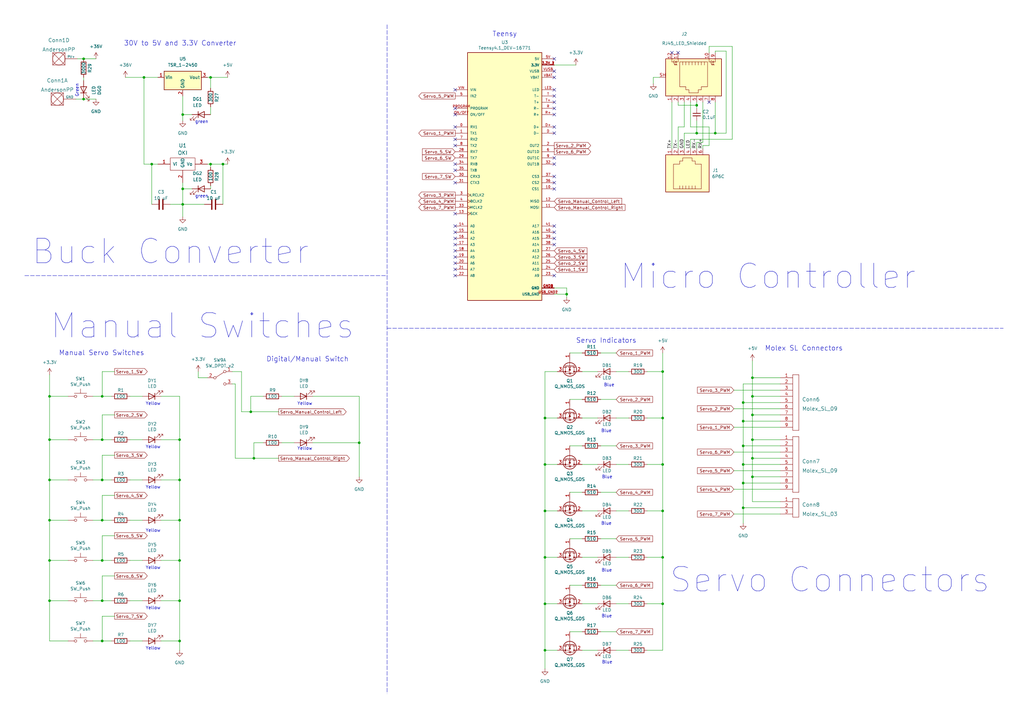
<source format=kicad_sch>
(kicad_sch (version 20211123) (generator eeschema)
  (paper "A3")
  (junction (at 223.52 209.55))
  (junction (at 20.32 180.34))
  (junction (at 86.36 67.31))
  (junction (at 223.52 228.6))
  (junction (at 304.8 165.1))
  (junction (at 41.91 229.87))
  (junction (at 41.91 246.38))
  (junction (at 285.75 54.61))
  (junction (at 74.93 83.82))
  (junction (at 73.66 262.89))
  (junction (at 223.52 171.45))
  (junction (at 304.8 172.72))
  (junction (at 308.61 170.18))
  (junction (at 232.41 120.65))
  (junction (at 271.78 171.45))
  (junction (at 104.14 187.96))
  (junction (at 223.52 190.5))
  (junction (at 41.91 180.34))
  (junction (at 41.91 213.36))
  (junction (at 304.8 198.12))
  (junction (at 308.61 180.34))
  (junction (at 147.32 181.61))
  (junction (at 73.66 213.36))
  (junction (at 308.61 195.58))
  (junction (at 74.93 46.99))
  (junction (at 271.78 190.5))
  (junction (at 41.91 262.89))
  (junction (at 285.75 43.18))
  (junction (at 308.61 154.94))
  (junction (at 308.61 162.56))
  (junction (at 223.52 247.65))
  (junction (at 20.32 246.38))
  (junction (at 271.78 228.6))
  (junction (at 271.78 152.4))
  (junction (at 74.93 77.47))
  (junction (at 271.78 209.55))
  (junction (at 304.8 190.5))
  (junction (at 34.29 40.64))
  (junction (at 102.87 168.91))
  (junction (at 91.44 67.31))
  (junction (at 41.91 162.56))
  (junction (at 20.32 213.36))
  (junction (at 20.32 162.56))
  (junction (at 308.61 187.96))
  (junction (at 304.8 182.88))
  (junction (at 73.66 180.34))
  (junction (at 223.52 266.7))
  (junction (at 34.29 24.13))
  (junction (at 59.055 31.75))
  (junction (at 293.37 54.61))
  (junction (at 86.36 31.75))
  (junction (at 41.91 196.85))
  (junction (at 304.8 208.28))
  (junction (at 73.66 229.87))
  (junction (at 62.23 67.31))
  (junction (at 73.66 246.38))
  (junction (at 20.32 229.87))
  (junction (at 271.78 247.65))
  (junction (at 73.66 196.85))
  (junction (at 20.32 196.85))
  (no_connect (at 186.69 100.33))
  (no_connect (at 275.59 21.59))
  (no_connect (at 186.69 69.85))
  (no_connect (at 186.69 95.25))
  (no_connect (at 186.69 102.87))
  (no_connect (at 186.69 92.71))
  (no_connect (at 186.69 36.83))
  (no_connect (at 227.33 41.91))
  (no_connect (at 186.69 87.63))
  (no_connect (at 186.69 113.03))
  (no_connect (at 227.33 74.93))
  (no_connect (at 186.69 97.79))
  (no_connect (at 227.33 46.99))
  (no_connect (at 186.69 44.45))
  (no_connect (at 227.33 95.25))
  (no_connect (at 227.33 100.33))
  (no_connect (at 227.33 39.37))
  (no_connect (at 227.33 92.71))
  (no_connect (at 290.83 41.91))
  (no_connect (at 186.69 105.41))
  (no_connect (at 186.69 107.95))
  (no_connect (at 227.33 31.75))
  (no_connect (at 186.69 67.31))
  (no_connect (at 227.33 29.21))
  (no_connect (at 227.33 36.83))
  (no_connect (at 227.33 44.45))
  (no_connect (at 186.69 57.15))
  (no_connect (at 278.13 21.59))
  (no_connect (at 186.69 52.07))
  (no_connect (at 186.69 59.69))
  (no_connect (at 227.33 113.03))
  (no_connect (at 227.33 64.77))
  (no_connect (at 227.33 24.13))
  (no_connect (at 227.33 54.61))
  (no_connect (at 227.33 52.07))
  (no_connect (at 227.33 77.47))
  (no_connect (at 186.69 46.99))
  (no_connect (at 186.69 110.49))
  (no_connect (at 227.33 97.79))
  (no_connect (at 227.33 72.39))
  (no_connect (at 186.69 74.93))
  (no_connect (at 227.33 67.31))
  (wire (pts (xy 99.06 152.4) (xy 95.25 152.4)))
  (wire (pts (xy 74.93 39.37) (xy 74.93 46.99)))
  (wire (pts (xy 41.91 213.36) (xy 45.72 213.36)))
  (polyline (pts (xy 158.75 113.03) (xy 158.75 284.48)))
  (wire (pts (xy 275.59 41.91) (xy 275.59 60.96)))
  (wire (pts (xy 283.21 57.15) (xy 300.355 57.15)))
  (polyline (pts (xy 158.75 134.62) (xy 411.48 134.62)))
  (wire (pts (xy 223.52 209.55) (xy 223.52 228.6)))
  (wire (pts (xy 38.1 180.34) (xy 41.91 180.34)))
  (wire (pts (xy 320.04 157.48) (xy 304.8 157.48)))
  (wire (pts (xy 53.34 262.89) (xy 58.42 262.89)))
  (wire (pts (xy 228.6 171.45) (xy 223.52 171.45)))
  (wire (pts (xy 320.04 210.82) (xy 300.99 210.82)))
  (wire (pts (xy 104.14 181.61) (xy 104.14 187.96)))
  (wire (pts (xy 86.36 68.58) (xy 86.36 67.31)))
  (wire (pts (xy 27.94 196.85) (xy 20.32 196.85)))
  (wire (pts (xy 73.66 180.34) (xy 73.66 196.85)))
  (wire (pts (xy 233.68 201.93) (xy 238.76 201.93)))
  (wire (pts (xy 271.78 152.4) (xy 271.78 171.45)))
  (wire (pts (xy 96.52 157.48) (xy 95.25 157.48)))
  (wire (pts (xy 290.83 19.05) (xy 300.355 19.05)))
  (wire (pts (xy 34.29 40.64) (xy 31.115 40.64)))
  (wire (pts (xy 41.91 162.56) (xy 45.72 162.56)))
  (wire (pts (xy 246.38 182.88) (xy 252.73 182.88)))
  (wire (pts (xy 20.32 229.87) (xy 20.32 213.36)))
  (wire (pts (xy 238.76 209.55) (xy 245.11 209.55)))
  (wire (pts (xy 233.68 259.08) (xy 238.76 259.08)))
  (wire (pts (xy 320.04 154.94) (xy 308.61 154.94)))
  (wire (pts (xy 297.815 54.61) (xy 293.37 54.61)))
  (wire (pts (xy 233.68 220.98) (xy 238.76 220.98)))
  (wire (pts (xy 66.04 196.85) (xy 73.66 196.85)))
  (wire (pts (xy 293.37 21.59) (xy 293.37 20.955)))
  (wire (pts (xy 81.28 152.4) (xy 81.28 154.94)))
  (wire (pts (xy 320.04 187.96) (xy 308.61 187.96)))
  (wire (pts (xy 46.99 219.71) (xy 41.91 219.71)))
  (wire (pts (xy 228.6 152.4) (xy 223.52 152.4)))
  (wire (pts (xy 20.32 246.38) (xy 20.32 229.87)))
  (wire (pts (xy 271.78 152.4) (xy 271.78 144.78)))
  (wire (pts (xy 320.04 193.04) (xy 300.99 193.04)))
  (wire (pts (xy 74.93 83.82) (xy 83.82 83.82)))
  (wire (pts (xy 308.61 187.96) (xy 308.61 195.58)))
  (wire (pts (xy 252.73 266.7) (xy 257.81 266.7)))
  (wire (pts (xy 223.52 228.6) (xy 223.52 247.65)))
  (wire (pts (xy 20.32 180.34) (xy 20.32 162.56)))
  (wire (pts (xy 252.73 228.6) (xy 257.81 228.6)))
  (wire (pts (xy 27.94 180.34) (xy 20.32 180.34)))
  (wire (pts (xy 38.1 246.38) (xy 41.91 246.38)))
  (wire (pts (xy 246.38 144.78) (xy 252.73 144.78)))
  (wire (pts (xy 304.8 172.72) (xy 304.8 182.88)))
  (wire (pts (xy 41.91 196.85) (xy 45.72 196.85)))
  (wire (pts (xy 38.1 229.87) (xy 41.91 229.87)))
  (wire (pts (xy 320.04 182.88) (xy 304.8 182.88)))
  (wire (pts (xy 236.22 26.67) (xy 227.33 26.67)))
  (wire (pts (xy 265.43 209.55) (xy 271.78 209.55)))
  (wire (pts (xy 62.23 67.31) (xy 62.23 83.82)))
  (wire (pts (xy 115.57 162.56) (xy 120.65 162.56)))
  (wire (pts (xy 41.91 170.18) (xy 41.91 180.34)))
  (wire (pts (xy 20.32 262.89) (xy 20.32 246.38)))
  (wire (pts (xy 96.52 187.96) (xy 96.52 157.48)))
  (wire (pts (xy 69.85 83.82) (xy 74.93 83.82)))
  (wire (pts (xy 280.67 54.61) (xy 280.67 60.96)))
  (wire (pts (xy 320.04 162.56) (xy 308.61 162.56)))
  (wire (pts (xy 96.52 187.96) (xy 104.14 187.96)))
  (wire (pts (xy 246.38 201.93) (xy 252.73 201.93)))
  (wire (pts (xy 278.13 52.07) (xy 278.13 60.96)))
  (wire (pts (xy 27.94 229.87) (xy 20.32 229.87)))
  (wire (pts (xy 73.66 246.38) (xy 73.66 262.89)))
  (wire (pts (xy 223.52 190.5) (xy 223.52 209.55)))
  (polyline (pts (xy 158.75 10.16) (xy 158.75 113.03)))
  (wire (pts (xy 85.09 31.75) (xy 86.36 31.75)))
  (wire (pts (xy 27.94 213.36) (xy 20.32 213.36)))
  (wire (pts (xy 66.04 262.89) (xy 73.66 262.89)))
  (wire (pts (xy 38.1 162.56) (xy 41.91 162.56)))
  (wire (pts (xy 285.75 58.42) (xy 285.75 60.96)))
  (wire (pts (xy 74.93 77.47) (xy 78.74 77.47)))
  (wire (pts (xy 232.41 121.92) (xy 232.41 120.65)))
  (wire (pts (xy 246.38 259.08) (xy 252.73 259.08)))
  (wire (pts (xy 285.75 43.18) (xy 285.75 44.45)))
  (wire (pts (xy 223.52 152.4) (xy 223.52 171.45)))
  (wire (pts (xy 228.6 266.7) (xy 223.52 266.7)))
  (wire (pts (xy 278.13 43.18) (xy 285.75 43.18)))
  (wire (pts (xy 66.04 246.38) (xy 73.66 246.38)))
  (wire (pts (xy 233.68 182.88) (xy 238.76 182.88)))
  (wire (pts (xy 38.1 196.85) (xy 41.91 196.85)))
  (wire (pts (xy 283.21 52.07) (xy 290.83 52.07)))
  (wire (pts (xy 128.27 162.56) (xy 147.32 162.56)))
  (wire (pts (xy 238.76 171.45) (xy 245.11 171.45)))
  (wire (pts (xy 320.04 180.34) (xy 308.61 180.34)))
  (wire (pts (xy 86.36 31.75) (xy 93.345 31.75)))
  (wire (pts (xy 46.99 203.2) (xy 41.91 203.2)))
  (wire (pts (xy 308.61 147.955) (xy 308.61 154.94)))
  (wire (pts (xy 73.66 213.36) (xy 73.66 229.87)))
  (wire (pts (xy 238.76 247.65) (xy 245.11 247.65)))
  (wire (pts (xy 46.99 170.18) (xy 41.91 170.18)))
  (wire (pts (xy 62.23 67.31) (xy 64.77 67.31)))
  (wire (pts (xy 228.6 190.5) (xy 223.52 190.5)))
  (wire (pts (xy 320.04 208.28) (xy 304.8 208.28)))
  (wire (pts (xy 27.94 262.89) (xy 20.32 262.89)))
  (wire (pts (xy 41.91 229.87) (xy 45.72 229.87)))
  (wire (pts (xy 290.83 59.69) (xy 288.29 59.69)))
  (polyline (pts (xy 10.16 113.03) (xy 158.75 113.03)))
  (wire (pts (xy 104.14 187.96) (xy 114.3 187.96)))
  (wire (pts (xy 147.32 162.56) (xy 147.32 181.61)))
  (wire (pts (xy 74.93 46.99) (xy 74.93 49.53)))
  (wire (pts (xy 73.66 162.56) (xy 73.66 180.34)))
  (wire (pts (xy 288.29 41.91) (xy 288.29 58.42)))
  (wire (pts (xy 320.04 165.1) (xy 304.8 165.1)))
  (wire (pts (xy 53.34 196.85) (xy 58.42 196.85)))
  (wire (pts (xy 320.04 175.26) (xy 300.99 175.26)))
  (wire (pts (xy 285.75 54.61) (xy 293.37 54.61)))
  (wire (pts (xy 74.93 46.99) (xy 78.74 46.99)))
  (wire (pts (xy 99.06 152.4) (xy 99.06 168.91)))
  (wire (pts (xy 74.93 77.47) (xy 74.93 83.82)))
  (wire (pts (xy 41.91 203.2) (xy 41.91 213.36)))
  (wire (pts (xy 66.04 162.56) (xy 73.66 162.56)))
  (wire (pts (xy 59.055 67.31) (xy 59.055 31.75)))
  (wire (pts (xy 246.38 163.83) (xy 252.73 163.83)))
  (wire (pts (xy 147.32 181.61) (xy 128.27 181.61)))
  (wire (pts (xy 278.13 41.91) (xy 278.13 43.18)))
  (wire (pts (xy 304.8 165.1) (xy 304.8 172.72)))
  (wire (pts (xy 51.435 31.75) (xy 59.055 31.75)))
  (wire (pts (xy 320.04 167.64) (xy 300.99 167.64)))
  (wire (pts (xy 41.91 252.73) (xy 41.91 262.89)))
  (wire (pts (xy 46.99 186.69) (xy 41.91 186.69)))
  (wire (pts (xy 271.78 209.55) (xy 271.78 190.5)))
  (wire (pts (xy 34.29 31.75) (xy 34.29 33.02)))
  (polyline (pts (xy 158.75 113.03) (xy 158.75 113.03)))
  (wire (pts (xy 53.34 162.56) (xy 58.42 162.56)))
  (wire (pts (xy 86.36 76.2) (xy 86.36 77.47)))
  (wire (pts (xy 81.28 154.94) (xy 85.09 154.94)))
  (wire (pts (xy 73.66 229.87) (xy 73.66 246.38)))
  (wire (pts (xy 34.29 24.13) (xy 39.37 24.13)))
  (wire (pts (xy 73.66 262.89) (xy 73.66 266.7)))
  (wire (pts (xy 227.33 120.65) (xy 232.41 120.65)))
  (wire (pts (xy 246.38 240.03) (xy 252.73 240.03)))
  (wire (pts (xy 41.91 262.89) (xy 45.72 262.89)))
  (wire (pts (xy 320.04 185.42) (xy 300.99 185.42)))
  (wire (pts (xy 290.83 52.07) (xy 290.83 59.69)))
  (wire (pts (xy 233.68 144.78) (xy 238.76 144.78)))
  (wire (pts (xy 280.67 52.07) (xy 278.13 52.07)))
  (wire (pts (xy 91.44 67.31) (xy 93.345 67.31)))
  (wire (pts (xy 53.34 229.87) (xy 58.42 229.87)))
  (wire (pts (xy 238.76 266.7) (xy 245.11 266.7)))
  (wire (pts (xy 53.34 213.36) (xy 58.42 213.36)))
  (wire (pts (xy 74.93 74.93) (xy 74.93 77.47)))
  (wire (pts (xy 288.29 59.69) (xy 288.29 60.96)))
  (wire (pts (xy 86.36 67.31) (xy 91.44 67.31)))
  (wire (pts (xy 232.41 120.65) (xy 232.41 118.11)))
  (wire (pts (xy 252.73 190.5) (xy 257.81 190.5)))
  (wire (pts (xy 265.43 171.45) (xy 271.78 171.45)))
  (wire (pts (xy 320.04 205.74) (xy 308.61 205.74)))
  (wire (pts (xy 233.68 163.83) (xy 238.76 163.83)))
  (wire (pts (xy 20.32 213.36) (xy 20.32 196.85)))
  (wire (pts (xy 280.67 41.91) (xy 280.67 52.07)))
  (wire (pts (xy 85.09 67.31) (xy 86.36 67.31)))
  (wire (pts (xy 265.43 266.7) (xy 271.78 266.7)))
  (wire (pts (xy 271.78 190.5) (xy 271.78 171.45)))
  (wire (pts (xy 304.8 208.28) (xy 304.8 214.63)))
  (wire (pts (xy 285.75 41.91) (xy 285.75 43.18)))
  (wire (pts (xy 223.52 171.45) (xy 223.52 190.5)))
  (wire (pts (xy 320.04 190.5) (xy 304.8 190.5)))
  (wire (pts (xy 74.93 83.82) (xy 74.93 88.9)))
  (wire (pts (xy 252.73 152.4) (xy 257.81 152.4)))
  (wire (pts (xy 285.75 54.61) (xy 280.67 54.61)))
  (wire (pts (xy 107.95 181.61) (xy 104.14 181.61)))
  (wire (pts (xy 46.99 236.22) (xy 41.91 236.22)))
  (wire (pts (xy 265.43 228.6) (xy 271.78 228.6)))
  (wire (pts (xy 46.99 152.4) (xy 41.91 152.4)))
  (wire (pts (xy 271.78 228.6) (xy 271.78 209.55)))
  (wire (pts (xy 115.57 181.61) (xy 120.65 181.61)))
  (wire (pts (xy 223.52 247.65) (xy 223.52 266.7)))
  (wire (pts (xy 267.97 34.29) (xy 267.97 31.75)))
  (wire (pts (xy 265.43 152.4) (xy 271.78 152.4)))
  (wire (pts (xy 271.78 247.65) (xy 271.78 228.6)))
  (wire (pts (xy 265.43 190.5) (xy 271.78 190.5)))
  (wire (pts (xy 38.1 213.36) (xy 41.91 213.36)))
  (wire (pts (xy 41.91 236.22) (xy 41.91 246.38)))
  (wire (pts (xy 252.73 209.55) (xy 257.81 209.55)))
  (wire (pts (xy 320.04 160.02) (xy 300.99 160.02)))
  (wire (pts (xy 297.815 20.955) (xy 297.815 54.61)))
  (wire (pts (xy 232.41 118.11) (xy 227.33 118.11)))
  (wire (pts (xy 308.61 180.34) (xy 308.61 187.96)))
  (wire (pts (xy 304.8 190.5) (xy 304.8 198.12)))
  (wire (pts (xy 238.76 152.4) (xy 245.11 152.4)))
  (wire (pts (xy 73.66 196.85) (xy 73.66 213.36)))
  (wire (pts (xy 283.21 41.91) (xy 283.21 52.07)))
  (wire (pts (xy 304.8 198.12) (xy 304.8 208.28)))
  (wire (pts (xy 308.61 170.18) (xy 308.61 180.34)))
  (wire (pts (xy 41.91 180.34) (xy 45.72 180.34)))
  (wire (pts (xy 38.1 262.89) (xy 41.91 262.89)))
  (wire (pts (xy 320.04 170.18) (xy 308.61 170.18)))
  (wire (pts (xy 228.6 228.6) (xy 223.52 228.6)))
  (wire (pts (xy 99.06 168.91) (xy 102.87 168.91)))
  (wire (pts (xy 147.32 181.61) (xy 147.32 195.58)))
  (wire (pts (xy 308.61 162.56) (xy 308.61 170.18)))
  (wire (pts (xy 91.44 67.31) (xy 91.44 83.82)))
  (wire (pts (xy 288.29 58.42) (xy 285.75 58.42)))
  (wire (pts (xy 66.04 213.36) (xy 73.66 213.36)))
  (wire (pts (xy 265.43 247.65) (xy 271.78 247.65)))
  (wire (pts (xy 59.055 31.75) (xy 64.77 31.75)))
  (wire (pts (xy 300.355 19.05) (xy 300.355 57.15)))
  (wire (pts (xy 41.91 186.69) (xy 41.91 196.85)))
  (wire (pts (xy 233.68 240.03) (xy 238.76 240.03)))
  (wire (pts (xy 283.21 57.15) (xy 283.21 60.96)))
  (wire (pts (xy 320.04 172.72) (xy 304.8 172.72)))
  (wire (pts (xy 27.94 246.38) (xy 20.32 246.38)))
  (wire (pts (xy 102.87 162.56) (xy 102.87 168.91)))
  (wire (pts (xy 320.04 198.12) (xy 304.8 198.12)))
  (wire (pts (xy 102.87 168.91) (xy 114.3 168.91)))
  (wire (pts (xy 267.97 31.75) (xy 270.51 31.75)))
  (wire (pts (xy 53.34 180.34) (xy 58.42 180.34)))
  (wire (pts (xy 228.6 209.55) (xy 223.52 209.55)))
  (wire (pts (xy 107.95 162.56) (xy 102.87 162.56)))
  (wire (pts (xy 320.04 195.58) (xy 308.61 195.58)))
  (wire (pts (xy 290.83 21.59) (xy 290.83 19.05)))
  (wire (pts (xy 252.73 171.45) (xy 257.81 171.45)))
  (wire (pts (xy 320.04 200.66) (xy 300.99 200.66)))
  (wire (pts (xy 41.91 219.71) (xy 41.91 229.87)))
  (wire (pts (xy 59.055 67.31) (xy 62.23 67.31)))
  (wire (pts (xy 285.75 49.53) (xy 285.75 54.61)))
  (wire (pts (xy 27.94 162.56) (xy 20.32 162.56)))
  (wire (pts (xy 304.8 165.1) (xy 304.8 157.48)))
  (wire (pts (xy 246.38 220.98) (xy 252.73 220.98)))
  (wire (pts (xy 223.52 266.7) (xy 223.52 274.32)))
  (wire (pts (xy 308.61 195.58) (xy 308.61 205.74)))
  (wire (pts (xy 238.76 190.5) (xy 245.11 190.5)))
  (wire (pts (xy 20.32 196.85) (xy 20.32 180.34)))
  (wire (pts (xy 66.04 229.87) (xy 73.66 229.87)))
  (wire (pts (xy 308.61 154.94) (xy 308.61 162.56)))
  (wire (pts (xy 31.75 24.13) (xy 34.29 24.13)))
  (wire (pts (xy 34.29 40.64) (xy 39.37 40.64)))
  (wire (pts (xy 293.37 54.61) (xy 293.37 41.91)))
  (wire (pts (xy 86.36 36.195) (xy 86.36 31.75)))
  (wire (pts (xy 238.76 228.6) (xy 245.11 228.6)))
  (wire (pts (xy 86.36 46.99) (xy 86.36 43.815)))
  (wire (pts (xy 46.99 252.73) (xy 41.91 252.73)))
  (wire (pts (xy 41.91 152.4) (xy 41.91 162.56)))
  (wire (pts (xy 20.32 162.56) (xy 20.32 153.67)))
  (wire (pts (xy 53.34 246.38) (xy 58.42 246.38)))
  (wire (pts (xy 66.04 180.34) (xy 73.66 180.34)))
  (wire (pts (xy 293.37 20.955) (xy 297.815 20.955)))
  (wire (pts (xy 252.73 247.65) (xy 257.81 247.65)))
  (wire (pts (xy 304.8 182.88) (xy 304.8 190.5)))
  (wire (pts (xy 41.91 246.38) (xy 45.72 246.38)))
  (wire (pts (xy 271.78 266.7) (xy 271.78 247.65)))
  (wire (pts (xy 228.6 247.65) (xy 223.52 247.65)))
  (text "Yellow" (at 59.69 200.66 0) (effects (font (size 1.27 1.27)) (justify left bottom)))
  (text "Yellow" (at 59.69 166.37 0) (effects (font (size 1.27 1.27)) (justify left bottom)))
  (text "Blue\n" (at 246.8409 196.4739 0) (effects (font (size 1.27 1.27)) (justify left bottom)))
  (text "Servo Indicators" (at 236.22 140.97 0) (effects (font (size 2.0066 2.0066)) (justify left bottom)))
  (text "Yellow" (at 59.69 250.19 0) (effects (font (size 1.27 1.27)) (justify left bottom)))
  (text "Teensy" (at 201.93 15.24 0) (effects (font (size 2.0066 2.0066)) (justify left bottom)))
  (text "Manual Servo Switches" (at 24.13 146.05 0) (effects (font (size 2.0066 2.0066)) (justify left bottom)))
  (text "Molex SL Connectors" (at 313.69 144.145 0) (effects (font (size 2.0066 2.0066)) (justify left bottom)))
  (text "Yellow" (at 121.92 184.785 0) (effects (font (size 1.27 1.27)) (justify left bottom)))
  (text "Yellow" (at 59.69 218.44 0) (effects (font (size 1.27 1.27)) (justify left bottom)))
  (text "Buck Converter" (at 12.7 109.22 0) (effects (font (size 10 10)) (justify left bottom)))
  (text "green" (at 80.01 81.28 0) (effects (font (size 1.27 1.27)) (justify left bottom)))
  (text "Blue\n" (at 246.5232 177.566 0) (effects (font (size 1.27 1.27)) (justify left bottom)))
  (text "Micro Controller" (at 254 119.38 0) (effects (font (size 10 10)) (justify left bottom)))
  (text "Yellow" (at 59.69 266.7 0) (effects (font (size 1.27 1.27)) (justify left bottom)))
  (text "Yellow" (at 121.92 166.37 0) (effects (font (size 1.27 1.27)) (justify left bottom)))
  (text "30V to 5V and 3.3V Converter" (at 50.8 19.05 0) (effects (font (size 2.0066 2.0066)) (justify left bottom)))
  (text "Yellow" (at 59.69 184.15 0) (effects (font (size 1.27 1.27)) (justify left bottom)))
  (text "Blue\n" (at 246.682 253.5154 0) (effects (font (size 1.27 1.27)) (justify left bottom)))
  (text "Manual Switches" (at 20.32 139.7 0) (effects (font (size 10 10)) (justify left bottom)))
  (text "Digital/Manual Switch" (at 109.22 148.59 0) (effects (font (size 2.0066 2.0066)) (justify left bottom)))
  (text "Green\n" (at 32.385 34.29 270) (effects (font (size 1.27 1.27)) (justify right bottom)))
  (text "green" (at 80.01 50.8 0) (effects (font (size 1.27 1.27)) (justify left bottom)))
  (text "Servo Connectors" (at 274.32 243.84 0) (effects (font (size 10 10)) (justify left bottom)))
  (text "Yellow" (at 59.69 233.68 0) (effects (font (size 1.27 1.27)) (justify left bottom)))
  (text "Blue\n" (at 246.5232 215.5407 0) (effects (font (size 1.27 1.27)) (justify left bottom)))
  (text "Blue\n" (at 246.682 234.7664 0) (effects (font (size 1.27 1.27)) (justify left bottom)))
  (text "Blue\n" (at 246.8409 272.4234 0) (effects (font (size 1.27 1.27)) (justify left bottom)))
  (text "Blue\n" (at 247.65 158.75 0) (effects (font (size 1.27 1.27)) (justify left bottom)))
  (label "TX-" (at 278.13 60.96 90))
  (label "LED" (at 283.21 60.96 90))
  (label "GND" (at 280.67 60.96 90))
  (label "RX+" (at 288.29 60.96 90))
  (label "TX+" (at 275.59 60.96 90))
  (label "RX-" (at 285.75 60.96 90))
  (global_label "Servo_Manual_Control_Left" (shape output) (at 114.3 168.91 0) (property "Intersheet References" "${INTERSHEET_REFS}" (effects hide)))
  (global_label "Servo_1_PWM" (shape input) (at 300.99 175.26 180) (property "Intersheet References" "${INTERSHEET_REFS}" (effects hide)))
  (global_label "Servo_Manual_Control_Right" (shape input) (at 227.33 85.09 0) (property "Intersheet References" "${INTERSHEET_REFS}" (effects hide)))
  (global_label "Servo_7_PWM" (shape input) (at 252.73 259.08 0) (property "Intersheet References" "${INTERSHEET_REFS}" (effects hide)))
  (global_label "Servo_1_SW" (shape output) (at 46.99 152.4 0) (property "Intersheet References" "${INTERSHEET_REFS}" (effects hide)))
  (global_label "Servo_4_PWM" (shape input) (at 252.73 201.93 0) (property "Intersheet References" "${INTERSHEET_REFS}" (effects hide)))
  (global_label "Servo_2_SW" (shape output) (at 46.99 170.18 0) (property "Intersheet References" "${INTERSHEET_REFS}" (effects hide)))
  (global_label "Servo_3_PWM" (shape input) (at 252.73 182.88 0) (property "Intersheet References" "${INTERSHEET_REFS}" (effects hide)))
  (global_label "Servo_6_PWM" (shape output) (at 227.33 62.23 0) (property "Intersheet References" "${INTERSHEET_REFS}" (effects hide)))
  (global_label "Servo_2_PWM" (shape input) (at 300.99 167.64 180) (property "Intersheet References" "${INTERSHEET_REFS}" (effects hide)))
  (global_label "Servo_6_PWM" (shape input) (at 300.99 185.42 180) (property "Intersheet References" "${INTERSHEET_REFS}" (effects hide)))
  (global_label "Servo_3_PWM" (shape input) (at 300.99 160.02 180) (property "Intersheet References" "${INTERSHEET_REFS}" (effects hide)))
  (global_label "Servo_4_PWM" (shape output) (at 186.69 82.55 180) (property "Intersheet References" "${INTERSHEET_REFS}" (effects hide)))
  (global_label "Servo_5_SW" (shape output) (at 46.99 219.71 0) (property "Intersheet References" "${INTERSHEET_REFS}" (effects hide)))
  (global_label "Servo_5_SW" (shape input) (at 186.69 62.23 180) (property "Intersheet References" "${INTERSHEET_REFS}" (effects hide)))
  (global_label "Servo_5_PWM" (shape input) (at 300.99 193.04 180) (property "Intersheet References" "${INTERSHEET_REFS}" (effects hide)))
  (global_label "Servo_7_PWM" (shape input) (at 300.99 210.82 180) (property "Intersheet References" "${INTERSHEET_REFS}" (effects hide)))
  (global_label "Servo_7_SW" (shape input) (at 186.69 72.39 180) (property "Intersheet References" "${INTERSHEET_REFS}" (effects hide)))
  (global_label "Servo_Manual_Control_Right" (shape output) (at 114.3 187.96 0) (property "Intersheet References" "${INTERSHEET_REFS}" (effects hide)))
  (global_label "Servo_4_SW" (shape input) (at 227.33 102.87 0) (property "Intersheet References" "${INTERSHEET_REFS}" (effects hide)))
  (global_label "Servo_6_SW" (shape input) (at 186.69 64.77 180) (property "Intersheet References" "${INTERSHEET_REFS}" (effects hide)))
  (global_label "Servo_3_SW" (shape input) (at 227.33 105.41 0) (property "Intersheet References" "${INTERSHEET_REFS}" (effects hide)))
  (global_label "Servo_3_PWM" (shape output) (at 186.69 80.01 180) (property "Intersheet References" "${INTERSHEET_REFS}" (effects hide)))
  (global_label "Servo_4_SW" (shape output) (at 46.99 203.2 0) (property "Intersheet References" "${INTERSHEET_REFS}" (effects hide)))
  (global_label "Servo_6_PWM" (shape input) (at 252.73 240.03 0) (property "Intersheet References" "${INTERSHEET_REFS}" (effects hide)))
  (global_label "Servo_Manual_Control_Left" (shape input) (at 227.33 82.55 0) (property "Intersheet References" "${INTERSHEET_REFS}" (effects hide)))
  (global_label "Servo_7_PWM" (shape output) (at 186.69 85.09 180) (property "Intersheet References" "${INTERSHEET_REFS}" (effects hide)))
  (global_label "Servo_2_SW" (shape input) (at 227.33 107.95 0) (property "Intersheet References" "${INTERSHEET_REFS}" (effects hide)))
  (global_label "Servo_1_PWM" (shape output) (at 186.69 54.61 180) (property "Intersheet References" "${INTERSHEET_REFS}" (effects hide)))
  (global_label "Servo_5_PWM" (shape input) (at 252.73 220.98 0) (property "Intersheet References" "${INTERSHEET_REFS}" (effects hide)))
  (global_label "Servo_1_PWM" (shape input) (at 252.73 144.78 0) (property "Intersheet References" "${INTERSHEET_REFS}" (effects hide)))
  (global_label "Servo_7_SW" (shape output) (at 46.99 252.73 0) (property "Intersheet References" "${INTERSHEET_REFS}" (effects hide)))
  (global_label "Servo_1_SW" (shape input) (at 227.33 110.49 0) (property "Intersheet References" "${INTERSHEET_REFS}" (effects hide)))
  (global_label "Servo_5_PWM" (shape output) (at 186.69 39.37 180) (property "Intersheet References" "${INTERSHEET_REFS}" (effects hide)))
  (global_label "Servo_3_SW" (shape output) (at 46.99 186.69 0) (property "Intersheet References" "${INTERSHEET_REFS}" (effects hide)))
  (global_label "Servo_2_PWM" (shape input) (at 252.73 163.83 0) (property "Intersheet References" "${INTERSHEET_REFS}" (effects hide)))
  (global_label "Servo_4_PWM" (shape input) (at 300.99 200.66 180) (property "Intersheet References" "${INTERSHEET_REFS}" (effects hide)))
  (global_label "Servo_6_SW" (shape output) (at 46.99 236.22 0) (property "Intersheet References" "${INTERSHEET_REFS}" (effects hide)))
  (global_label "Servo_2_PWM" (shape output) (at 227.33 59.69 0) (property "Intersheet References" "${INTERSHEET_REFS}" (effects hide)))
  (symbol (lib_id "power:GND") (at 304.8 214.63 0) (unit 1)
    (property "Reference" "#PWR0112" (effects hide))
    (property "Value" "GND" (at 304.8 219.71 0))
  )
  (symbol (lib_id "Device:R") (at 49.53 180.34 270) (unit 1)
    (property "Reference" "R2" (at 49.53 177.8 90))
    (property "Value" "100" (at 49.53 180.34 90))
    (property "Footprint" "Resistor_SMD:R_0603_1608Metric_Pad0.98x0.95mm_HandSolder" (effects hide))
  )
  (symbol (lib_id "Device:R") (at 261.62 152.4 270) (unit 1)
    (property "Reference" "R19" (at 261.62 149.86 90))
    (property "Value" "300" (at 261.62 152.4 90))
    (property "Footprint" "Resistor_SMD:R_0603_1608Metric_Pad0.98x0.95mm_HandSolder" (effects hide))
  )
  (symbol (lib_id "power:+3.3V") (at 93.345 67.31 0) (unit 1)
    (property "Reference" "#PWR0106" (effects hide))
    (property "Value" "+3.3V" (at 93.345 62.23 0))
  )
  (symbol (lib_id "Switch:SW_Push") (at 33.02 262.89 0) (unit 1)
    (property "Reference" "SW7" (at 33.02 255.651 0))
    (property "Value" "SW_Push" (at 33.02 257.9624 0))
    (property "Footprint" "Button_Switch_SMD:SW_SPST_EVPBF" (effects hide))
  )
  (symbol (lib_id "Device:LED") (at 62.23 162.56 180) (unit 1)
    (property "Reference" "DY1" (at 62.4078 156.083 0))
    (property "Value" "LED" (at 62.4078 158.3944 0))
    (property "Footprint" "LED_SMD:LED_0603_1608Metric_Pad1.05x0.95mm_HandSolder" (effects hide))
  )
  (symbol (lib_id "Device:Q_NMOS_GDS") (at 233.68 245.11 270) (unit 1)
    (property "Reference" "Q6" (at 233.68 251.4346 90))
    (property "Value" "Q_NMOS_GDS" (at 233.68 253.746 90))
    (property "Footprint" "Package_TO_SOT_SMD:SOT-23" (effects hide))
  )
  (symbol (lib_id "MRDT_Devices:OKI") (at 69.85 69.85 0) (unit 1)
    (property "Reference" "U1" (at 74.93 59.69 0) (effects (font (size 1.524 1.524))))
    (property "Value" "OKI" (at 74.93 62.7126 0) (effects (font (size 1.524 1.524))))
    (property "Footprint" "MRDT_Devices:OKI_Horizontal" (effects hide))
  )
  (symbol (lib_id "MRDT_Connectors:Molex_SL_03") (at 325.12 212.09 0) (unit 1)
    (property "Reference" "Conn8" (at 328.93 207.01 0) (effects (font (size 1.524 1.524)) (justify left)))
    (property "Value" "Molex_SL_03" (at 328.93 210.82 0) (effects (font (size 1.524 1.524)) (justify left)))
    (property "Footprint" "MRDT_Connectors:MOLEX_SL_03_Horizontal" (effects hide))
  )
  (symbol (lib_id "Device:R") (at 111.76 162.56 270) (unit 1)
    (property "Reference" "R9" (at 111.76 160.02 90))
    (property "Value" "100" (at 111.76 162.56 90))
    (property "Footprint" "Resistor_SMD:R_0603_1608Metric_Pad0.98x0.95mm_HandSolder" (effects hide))
  )
  (symbol (lib_id "Device:LED") (at 82.55 46.99 0) (unit 1)
    (property "Reference" "DG1" (at 80.9625 40.64 0))
    (property "Value" "LED" (at 80.9625 43.18 0))
    (property "Footprint" "LED_SMD:LED_0603_1608Metric_Pad1.05x0.95mm_HandSolder" (effects hide))
  )
  (symbol (lib_id "Regulator_Switching:TSR_1-2450") (at 74.93 34.29 0) (unit 1)
    (property "Reference" "U5" (at 74.93 24.13 0))
    (property "Value" "TSR_1-2450" (at 74.93 26.67 0))
    (property "Footprint" "Converter_DCDC:Converter_DCDC_TRACO_TSR-1_THT" (effects hide))
    (property "Datasheet" "http://www.tracopower.com/products/tsr1.pdf" (effects hide))
  )
  (symbol (lib_id "Device:LED") (at 248.92 266.7 0) (unit 1)
    (property "Reference" "DB7" (at 248.92 264.16 0))
    (property "Value" "LED" (at 248.92 269.24 0))
    (property "Footprint" "LED_SMD:LED_0603_1608Metric_Pad1.05x0.95mm_HandSolder" (effects hide))
  )
  (symbol (lib_id "Device:Q_NMOS_GDS") (at 233.68 168.91 270) (unit 1)
    (property "Reference" "Q2" (at 233.68 175.2346 90))
    (property "Value" "Q_NMOS_GDS" (at 233.68 177.546 90))
    (property "Footprint" "Package_TO_SOT_SMD:SOT-23" (effects hide))
  )
  (symbol (lib_id "Device:R") (at 261.62 266.7 270) (unit 1)
    (property "Reference" "R25" (at 261.62 264.16 90))
    (property "Value" "300" (at 261.62 266.7 90))
    (property "Footprint" "Resistor_SMD:R_0603_1608Metric_Pad0.98x0.95mm_HandSolder" (effects hide))
  )
  (symbol (lib_id "power:+3.3V") (at 20.32 153.67 0) (unit 1)
    (property "Reference" "#PWR01" (effects hide))
    (property "Value" "+3.3V" (at 20.32 148.59 0))
  )
  (symbol (lib_id "Device:R") (at 261.62 247.65 270) (unit 1)
    (property "Reference" "R24" (at 261.62 245.11 90))
    (property "Value" "300" (at 261.62 247.65 90))
    (property "Footprint" "Resistor_SMD:R_0603_1608Metric_Pad0.98x0.95mm_HandSolder" (effects hide))
  )
  (symbol (lib_id "Device:LED") (at 248.92 228.6 0) (unit 1)
    (property "Reference" "DB5" (at 248.92 226.06 0))
    (property "Value" "LED" (at 248.92 231.14 0))
    (property "Footprint" "LED_SMD:LED_0603_1608Metric_Pad1.05x0.95mm_HandSolder" (effects hide))
  )
  (symbol (lib_id "power:GND") (at 147.32 195.58 0) (unit 1)
    (property "Reference" "#PWR0110" (effects hide))
    (property "Value" "GND" (at 147.32 200.66 0))
  )
  (symbol (lib_id "Device:R") (at 242.57 240.03 270) (unit 1)
    (property "Reference" "R16" (at 242.57 237.49 90))
    (property "Value" "510" (at 242.57 240.03 90))
    (property "Footprint" "Resistor_SMD:R_0603_1608Metric_Pad0.98x0.95mm_HandSolder" (effects hide))
  )
  (symbol (lib_id "Device:Q_NMOS_GDS") (at 233.68 187.96 270) (unit 1)
    (property "Reference" "Q3" (at 233.68 194.2846 90))
    (property "Value" "Q_NMOS_GDS" (at 233.68 196.596 90))
    (property "Footprint" "Package_TO_SOT_SMD:SOT-23" (effects hide))
  )
  (symbol (lib_id "Device:R") (at 34.29 27.94 180) (unit 1)
    (property "Reference" "R29" (at 36.83 27.94 90))
    (property "Value" "3000" (at 34.29 27.94 90))
    (property "Footprint" "Resistor_SMD:R_0603_1608Metric_Pad0.98x0.95mm_HandSolder" (effects hide))
  )
  (symbol (lib_id "Device:R") (at 86.36 72.39 180) (unit 1)
    (property "Reference" "R28" (at 88.9 72.39 90))
    (property "Value" "100" (at 86.36 72.39 90))
    (property "Footprint" "Resistor_SMD:R_0603_1608Metric_Pad0.98x0.95mm_HandSolder" (effects hide))
  )
  (symbol (lib_id "Device:LED") (at 248.92 247.65 0) (unit 1)
    (property "Reference" "DB6" (at 248.92 245.11 0))
    (property "Value" "LED" (at 248.92 250.19 0))
    (property "Footprint" "LED_SMD:LED_0603_1608Metric_Pad1.05x0.95mm_HandSolder" (effects hide))
  )
  (symbol (lib_id "MRDT_Connectors:AndersonPP") (at 20.955 43.18 0) (unit 1)
    (property "Reference" "Conn1" (at 23.495 33.02 0) (effects (font (size 1.524 1.524))))
    (property "Value" "AndersonPP" (at 23.495 36.83 0) (effects (font (size 1.524 1.524))))
    (property "Footprint" "MRDT_Connectors:Square_Anderson_2_H_Side_By_Side_PV" (effects hide))
  )
  (symbol (lib_id "Device:R") (at 261.62 171.45 270) (unit 1)
    (property "Reference" "R20" (at 261.62 168.91 90))
    (property "Value" "300" (at 261.62 171.45 90))
    (property "Footprint" "Resistor_SMD:R_0603_1608Metric_Pad0.98x0.95mm_HandSolder" (effects hide))
  )
  (symbol (lib_id "Device:R") (at 49.53 262.89 270) (unit 1)
    (property "Reference" "R7" (at 49.53 260.35 90))
    (property "Value" "100" (at 49.53 262.89 90))
    (property "Footprint" "Resistor_SMD:R_0603_1608Metric_Pad0.98x0.95mm_HandSolder" (effects hide))
  )
  (symbol (lib_id "Device:LED") (at 248.92 152.4 0) (unit 1)
    (property "Reference" "DB1" (at 248.92 149.86 0))
    (property "Value" "LED" (at 248.92 154.94 0))
    (property "Footprint" "LED_SMD:LED_0603_1608Metric_Pad1.05x0.95mm_HandSolder" (effects hide))
  )
  (symbol (lib_id "power:+5V") (at 93.345 31.75 0) (unit 1)
    (property "Reference" "#PWR0107" (effects hide))
    (property "Value" "+5V" (at 93.345 26.67 0))
  )
  (symbol (lib_id "Device:LED") (at 62.23 262.89 180) (unit 1)
    (property "Reference" "DY7" (at 62.4078 256.413 0))
    (property "Value" "LED" (at 62.4078 258.7244 0))
    (property "Footprint" "LED_SMD:LED_0603_1608Metric_Pad1.05x0.95mm_HandSolder" (effects hide))
  )
  (symbol (lib_id "Switch:SW_Push") (at 33.02 213.36 0) (unit 1)
    (property "Reference" "SW4" (at 33.02 206.121 0))
    (property "Value" "SW_Push" (at 33.02 208.4324 0))
    (property "Footprint" "Button_Switch_SMD:SW_SPST_EVPBF" (effects hide))
  )
  (symbol (lib_id "Device:LED") (at 124.46 181.61 180) (unit 1)
    (property "Reference" "DY9" (at 124.6378 175.133 0))
    (property "Value" "LED" (at 124.6378 177.4444 0))
    (property "Footprint" "LED_SMD:LED_0603_1608Metric_Pad1.05x0.95mm_HandSolder" (effects hide))
  )
  (symbol (lib_id "Device:Q_NMOS_GDS") (at 233.68 207.01 270) (unit 1)
    (property "Reference" "Q4" (at 233.68 213.3346 90))
    (property "Value" "Q_NMOS_GDS" (at 233.68 215.646 90))
    (property "Footprint" "Package_TO_SOT_SMD:SOT-23" (effects hide))
  )
  (symbol (lib_id "power:+3.3V") (at 81.28 152.4 0) (unit 1)
    (property "Reference" "#PWR03" (effects hide))
    (property "Value" "+3.3V" (at 81.28 147.32 0))
  )
  (symbol (lib_id "power:+36V") (at 51.435 31.75 0) (unit 1)
    (property "Reference" "#PWR0104" (effects hide))
    (property "Value" "+36V" (at 51.435 26.67 0))
  )
  (symbol (lib_id "power:+5V") (at 308.61 147.955 0) (unit 1)
    (property "Reference" "#PWR011" (effects hide))
    (property "Value" "+5V" (at 308.61 142.875 0))
  )
  (symbol (lib_id "power:+3.3V") (at 236.22 26.67 0) (unit 1)
    (property "Reference" "#PWR07" (effects hide))
    (property "Value" "+3.3V" (at 236.22 21.59 0))
  )
  (symbol (lib_id "Device:R") (at 49.53 229.87 270) (unit 1)
    (property "Reference" "R5" (at 49.53 227.33 90))
    (property "Value" "100" (at 49.53 229.87 90))
    (property "Footprint" "Resistor_SMD:R_0603_1608Metric_Pad0.98x0.95mm_HandSolder" (effects hide))
  )
  (symbol (lib_id "Device:R") (at 111.76 181.61 270) (unit 1)
    (property "Reference" "R10" (at 111.76 179.07 90))
    (property "Value" "100" (at 111.76 181.61 90))
    (property "Footprint" "Resistor_SMD:R_0603_1608Metric_Pad0.98x0.95mm_HandSolder" (effects hide))
  )
  (symbol (lib_id "Device:LED") (at 62.23 246.38 180) (unit 1)
    (property "Reference" "DY6" (at 62.4078 239.903 0))
    (property "Value" "LED" (at 62.4078 242.2144 0))
    (property "Footprint" "LED_SMD:LED_0603_1608Metric_Pad1.05x0.95mm_HandSolder" (effects hide))
  )
  (symbol (lib_id "Switch:SW_Push") (at 33.02 246.38 0) (unit 1)
    (property "Reference" "SW6" (at 33.02 239.141 0))
    (property "Value" "SW_Push" (at 33.02 241.4524 0))
    (property "Footprint" "Button_Switch_SMD:SW_SPST_EVPBF" (effects hide))
  )
  (symbol (lib_id "power:GND") (at 73.66 266.7 0) (unit 1)
    (property "Reference" "#PWR0111" (effects hide))
    (property "Value" "GND" (at 73.66 271.78 0))
  )
  (symbol (lib_id "Switch:SW_Push") (at 33.02 162.56 0) (mirror y) (unit 1)
    (property "Reference" "SW1" (at 33.02 155.321 0))
    (property "Value" "SW_Push" (at 33.02 157.6324 0))
    (property "Footprint" "Button_Switch_SMD:SW_SPST_EVPBF" (effects hide))
  )
  (symbol (lib_id "Device:C_Small") (at 285.75 46.99 0) (unit 1)
    (property "Reference" "C2" (at 288.0868 45.8216 0) (effects (justify left)))
    (property "Value" "0.1uF" (at 288.0868 48.133 0) (effects (justify left)))
    (property "Footprint" "Capacitor_SMD:C_0603_1608Metric_Pad1.08x0.95mm_HandSolder" (effects hide))
  )
  (symbol (lib_id "Device:LED") (at 248.92 209.55 0) (unit 1)
    (property "Reference" "DB4" (at 248.92 207.01 0))
    (property "Value" "LED" (at 248.92 212.09 0))
    (property "Footprint" "LED_SMD:LED_0603_1608Metric_Pad1.05x0.95mm_HandSolder" (effects hide))
  )
  (symbol (lib_id "power:GND") (at 267.97 34.29 0) (unit 1)
    (property "Reference" "#PWR0103" (effects hide))
    (property "Value" "GND" (at 267.97 39.37 0))
  )
  (symbol (lib_id "Device:R") (at 49.53 246.38 270) (unit 1)
    (property "Reference" "R6" (at 49.53 243.84 90))
    (property "Value" "100" (at 49.53 246.38 90))
    (property "Footprint" "Resistor_SMD:R_0603_1608Metric_Pad0.98x0.95mm_HandSolder" (effects hide))
  )
  (symbol (lib_id "Device:R") (at 242.57 220.98 270) (unit 1)
    (property "Reference" "R15" (at 242.57 218.44 90))
    (property "Value" "510" (at 242.57 220.98 90))
    (property "Footprint" "Resistor_SMD:R_0603_1608Metric_Pad0.98x0.95mm_HandSolder" (effects hide))
  )
  (symbol (lib_id "Device:C") (at 66.04 83.82 90) (unit 1)
    (property "Reference" "C3" (at 66.04 78.74 90))
    (property "Value" "10 uF" (at 66.04 81.28 90))
    (property "Footprint" "Capacitor_SMD:C_0603_1608Metric_Pad1.08x0.95mm_HandSolder" (effects hide))
  )
  (symbol (lib_id "Device:Q_NMOS_GDS") (at 233.68 149.86 270) (unit 1)
    (property "Reference" "Q1" (at 233.68 156.1846 90))
    (property "Value" "Q_NMOS_GDS" (at 233.68 158.496 90))
    (property "Footprint" "Package_TO_SOT_SMD:SOT-23" (effects hide))
  )
  (symbol (lib_id "power:+36V") (at 39.37 24.13 0) (unit 1)
    (property "Reference" "#PWR0102" (effects hide))
    (property "Value" "+36V" (at 39.37 19.05 0))
  )
  (symbol (lib_id "Device:LED") (at 248.92 190.5 0) (unit 1)
    (property "Reference" "DB3" (at 248.92 187.96 0))
    (property "Value" "LED" (at 248.92 193.04 0))
    (property "Footprint" "LED_SMD:LED_0603_1608Metric_Pad1.05x0.95mm_HandSolder" (effects hide))
  )
  (symbol (lib_id "Device:R") (at 261.62 209.55 270) (unit 1)
    (property "Reference" "R22" (at 261.62 207.01 90))
    (property "Value" "300" (at 261.62 209.55 90))
    (property "Footprint" "Resistor_SMD:R_0603_1608Metric_Pad0.98x0.95mm_HandSolder" (effects hide))
  )
  (symbol (lib_id "Switch:SW_Push") (at 33.02 196.85 0) (unit 1)
    (property "Reference" "SW3" (at 33.02 189.611 0))
    (property "Value" "SW_Push" (at 33.02 191.9224 0))
    (property "Footprint" "Button_Switch_SMD:SW_SPST_EVPBF" (effects hide))
  )
  (symbol (lib_id "Device:R") (at 242.57 182.88 270) (unit 1)
    (property "Reference" "R13" (at 242.57 180.34 90))
    (property "Value" "510" (at 242.57 182.88 90))
    (property "Footprint" "Resistor_SMD:R_0603_1608Metric_Pad0.98x0.95mm_HandSolder" (effects hide))
  )
  (symbol (lib_id "Switch:SW_Push") (at 33.02 180.34 0) (unit 1)
    (property "Reference" "SW2" (at 33.02 173.101 0))
    (property "Value" "SW_Push" (at 33.02 175.4124 0))
    (property "Footprint" "Button_Switch_SMD:SW_SPST_EVPBF" (effects hide))
  )
  (symbol (lib_id "power:GND") (at 223.52 274.32 0) (unit 1)
    (property "Reference" "#PWR0113" (effects hide))
    (property "Value" "GND" (at 223.52 279.4 0))
  )
  (symbol (lib_id "MRDT_Connectors:Molex_SL_09") (at 325.12 201.93 0) (unit 1)
    (property "Reference" "Conn7" (at 328.93 189.23 0) (effects (font (size 1.524 1.524)) (justify left)))
    (property "Value" "Molex_SL_09" (at 328.93 193.04 0) (effects (font (size 1.524 1.524)) (justify left)))
    (property "Footprint" "MRDT_Connectors:MOLEX_SL_09_Horizontal" (effects hide))
  )
  (symbol (lib_id "Device:LED") (at 62.23 180.34 180) (unit 1)
    (property "Reference" "DY2" (at 62.4078 173.863 0))
    (property "Value" "LED" (at 62.4078 176.1744 0))
    (property "Footprint" "LED_SMD:LED_0603_1608Metric_Pad1.05x0.95mm_HandSolder" (effects hide))
  )
  (symbol (lib_id "Device:LED") (at 124.46 162.56 180) (unit 1)
    (property "Reference" "DY8" (at 124.6378 156.083 0))
    (property "Value" "LED" (at 124.6378 158.3944 0))
    (property "Footprint" "LED_SMD:LED_0603_1608Metric_Pad1.05x0.95mm_HandSolder" (effects hide))
  )
  (symbol (lib_id "power:GND") (at 39.37 40.64 0) (unit 1)
    (property "Reference" "#PWR0108" (effects hide))
    (property "Value" "GND" (at 39.37 45.72 0))
  )
  (symbol (lib_id "Device:LED") (at 62.23 213.36 180) (unit 1)
    (property "Reference" "DY4" (at 62.4078 206.883 0))
    (property "Value" "LED" (at 62.4078 209.1944 0))
    (property "Footprint" "LED_SMD:LED_0603_1608Metric_Pad1.05x0.95mm_HandSolder" (effects hide))
  )
  (symbol (lib_id "Device:R") (at 261.62 190.5 270) (unit 1)
    (property "Reference" "R21" (at 261.62 187.96 90))
    (property "Value" "300" (at 261.62 190.5 90))
    (property "Footprint" "Resistor_SMD:R_0603_1608Metric_Pad0.98x0.95mm_HandSolder" (effects hide))
  )
  (symbol (lib_id "power:GND") (at 74.93 49.53 0) (unit 1)
    (property "Reference" "#PWR0105" (effects hide))
    (property "Value" "GND" (at 74.93 54.61 0))
  )
  (symbol (lib_id "Device:LED") (at 82.55 77.47 0) (unit 1)
    (property "Reference" "DG2" (at 80.9625 71.12 0))
    (property "Value" "LED" (at 80.9625 73.66 0))
    (property "Footprint" "LED_SMD:LED_0603_1608Metric_Pad1.05x0.95mm_HandSolder" (effects hide))
  )
  (symbol (lib_id "Device:R") (at 49.53 196.85 270) (unit 1)
    (property "Reference" "R3" (at 49.53 194.31 90))
    (property "Value" "100" (at 49.53 196.85 90))
    (property "Footprint" "Resistor_SMD:R_0603_1608Metric_Pad0.98x0.95mm_HandSolder" (effects hide))
  )
  (symbol (lib_id "power:+5V") (at 271.78 144.78 0) (unit 1)
    (property "Reference" "#PWR09" (effects hide))
    (property "Value" "+5V" (at 271.78 139.7 0))
  )
  (symbol (lib_id "Device:LED") (at 62.23 229.87 180) (unit 1)
    (property "Reference" "DY5" (at 62.4078 223.393 0))
    (property "Value" "LED" (at 62.4078 225.7044 0))
    (property "Footprint" "LED_SMD:LED_0603_1608Metric_Pad1.05x0.95mm_HandSolder" (effects hide))
  )
  (symbol (lib_id "MRDT_Connectors:AndersonPP") (at 21.59 26.67 0) (unit 4)
    (property "Reference" "Conn1" (at 24.13 16.51 0) (effects (font (size 1.524 1.524))))
    (property "Value" "AndersonPP" (at 24.13 20.32 0) (effects (font (size 1.524 1.524))))
    (property "Footprint" "MRDT_Connectors:Square_Anderson_2_H_Side_By_Side_PV" (effects hide))
  )
  (symbol (lib_id "Device:R") (at 242.57 163.83 270) (unit 1)
    (property "Reference" "R12" (at 242.57 161.29 90))
    (property "Value" "510" (at 242.57 163.83 90))
    (property "Footprint" "Resistor_SMD:R_0603_1608Metric_Pad0.98x0.95mm_HandSolder" (effects hide))
  )
  (symbol (lib_id "MRDT_Shields:Teensy4.1_DEV-16771") (at 207.01 72.39 0) (unit 1)
    (property "Reference" "U3" (at 207.01 17.3482 0))
    (property "Value" "Teensy4.1_DEV-16771" (at 207.01 19.6596 0))
    (property "Footprint" "MODULE_DEV-16771" (effects hide))
    (property "STANDARD" "Manufacturer recommendations" (effects hide))
    (property "MAXIMUM_PACKAGE_HEIGHT" "4.07mm" (effects hide))
    (property "MANUFACTURER" "SparkFun Electronics" (effects hide))
    (property "PARTREV" "4.1" (effects hide))
  )
  (symbol (lib_id "Device:R") (at 242.57 201.93 270) (unit 1)
    (property "Reference" "R14" (at 242.57 199.39 90))
    (property "Value" "510" (at 242.57 201.93 90))
    (property "Footprint" "Resistor_SMD:R_0603_1608Metric_Pad0.98x0.95mm_HandSolder" (effects hide))
  )
  (symbol (lib_id "Device:Q_NMOS_GDS") (at 233.68 264.16 270) (unit 1)
    (property "Reference" "Q7" (at 233.68 270.4846 90))
    (property "Value" "Q_NMOS_GDS" (at 233.68 272.796 90))
    (property "Footprint" "Package_TO_SOT_SMD:SOT-23" (effects hide))
  )
  (symbol (lib_id "Device:LED") (at 248.92 171.45 0) (unit 1)
    (property "Reference" "DB2" (at 248.92 168.91 0))
    (property "Value" "LED" (at 248.92 173.99 0))
    (property "Footprint" "LED_SMD:LED_0603_1608Metric_Pad1.05x0.95mm_HandSolder" (effects hide))
  )
  (symbol (lib_id "Device:R") (at 242.57 259.08 270) (unit 1)
    (property "Reference" "R17" (at 242.57 256.54 90))
    (property "Value" "510" (at 242.57 259.08 90))
    (property "Footprint" "Resistor_SMD:R_0603_1608Metric_Pad0.98x0.95mm_HandSolder" (effects hide))
  )
  (symbol (lib_id "Connector:6P6C") (at 280.67 71.12 270) (mirror x) (unit 1)
    (property "Reference" "J1" (at 294.64 69.85 90) (effects (justify right)))
    (property "Value" "6P6C" (at 297.18 72.39 90) (effects (justify right)))
    (property "Footprint" "Connector_PinHeader_2.00mm:PinHeader_2x03_P2.00mm_Vertical" (effects hide))
  )
  (symbol (lib_id "Switch:SW_DPDT_x2") (at 90.17 154.94 0) (unit 1)
    (property "Reference" "SW9" (at 90.17 147.701 0))
    (property "Value" "SW_DPDT_x2" (at 90.17 150.0124 0))
    (property "Footprint" "Button_Switch_THT:SW_Slide_1P2T_CK_OS102011MS2Q" (effects hide))
  )
  (symbol (lib_id "Connector:RJ45_LED_Shielded") (at 283.21 31.75 270) (unit 1)
    (property "Reference" "J2" (at 280.67 13.97 90))
    (property "Value" "RJ45_LED_Shielded" (at 280.67 17.78 90))
    (property "Footprint" "MRDT_Connectors:RJ45_Teensy" (effects hide))
  )
  (symbol (lib_id "Device:C") (at 87.63 83.82 90) (unit 1)
    (property "Reference" "C1" (at 87.63 78.74 90))
    (property "Value" "10 uF" (at 87.63 81.28 90))
    (property "Footprint" "Capacitor_SMD:C_0603_1608Metric_Pad1.08x0.95mm_HandSolder" (effects hide))
  )
  (symbol (lib_id "Device:R") (at 86.36 40.005 180) (unit 1)
    (property "Reference" "R27" (at 88.9 40.005 90))
    (property "Value" "300" (at 86.36 40.005 90))
    (property "Footprint" "Resistor_SMD:R_0603_1608Metric_Pad0.98x0.95mm_HandSolder" (effects hide))
  )
  (symbol (lib_id "power:GND") (at 232.41 121.92 0) (unit 1)
    (property "Reference" "#PWR0101" (effects hide))
    (property "Value" "GND" (at 232.41 127 0))
  )
  (symbol (lib_id "Switch:SW_Push") (at 33.02 229.87 0) (unit 1)
    (property "Reference" "SW5" (at 33.02 222.631 0))
    (property "Value" "SW_Push" (at 33.02 224.9424 0))
    (property "Footprint" "Button_Switch_SMD:SW_SPST_EVPBF" (effects hide))
  )
  (symbol (lib_id "MRDT_Connectors:Molex_SL_09") (at 325.12 176.53 0) (unit 1)
    (property "Reference" "Conn6" (at 328.93 163.83 0) (effects (font (size 1.524 1.524)) (justify left)))
    (property "Value" "Molex_SL_09" (at 328.93 167.64 0) (effects (font (size 1.524 1.524)) (justify left)))
    (property "Footprint" "MRDT_Connectors:MOLEX_SL_09_Horizontal" (effects hide))
  )
  (symbol (lib_id "Device:R") (at 261.62 228.6 270) (unit 1)
    (property "Reference" "R23" (at 261.62 226.06 90))
    (property "Value" "300" (at 261.62 228.6 90))
    (property "Footprint" "Resistor_SMD:R_0603_1608Metric_Pad0.98x0.95mm_HandSolder" (effects hide))
  )
  (symbol (lib_id "Device:R") (at 242.57 144.78 270) (unit 1)
    (property "Reference" "R11" (at 242.57 142.24 90))
    (property "Value" "510" (at 242.57 144.78 90))
    (property "Footprint" "Resistor_SMD:R_0603_1608Metric_Pad0.98x0.95mm_HandSolder" (effects hide))
  )
  (symbol (lib_id "Device:R") (at 49.53 162.56 270) (unit 1)
    (property "Reference" "R1" (at 49.53 160.02 90))
    (property "Value" "100" (at 49.53 162.56 90))
    (property "Footprint" "Resistor_SMD:R_0603_1608Metric_Pad0.98x0.95mm_HandSolder" (effects hide))
  )
  (symbol (lib_id "Device:Q_NMOS_GDS") (at 233.68 226.06 270) (unit 1)
    (property "Reference" "Q5" (at 233.68 232.3846 90))
    (property "Value" "Q_NMOS_GDS" (at 233.68 234.696 90))
    (property "Footprint" "Package_TO_SOT_SMD:SOT-23" (effects hide))
  )
  (symbol (lib_id "power:GND") (at 74.93 88.9 0) (unit 1)
    (property "Reference" "#PWR0109" (effects hide))
    (property "Value" "GND" (at 74.93 93.98 0))
  )
  (symbol (lib_id "Device:LED") (at 62.23 196.85 180) (unit 1)
    (property "Reference" "DY3" (at 62.4078 190.373 0))
    (property "Value" "LED" (at 62.4078 192.6844 0))
    (property "Footprint" "LED_SMD:LED_0603_1608Metric_Pad1.05x0.95mm_HandSolder" (effects hide))
  )
  (symbol (lib_id "Device:LED") (at 34.29 36.83 90) (unit 1)
    (property "Reference" "DG0" (at 40.767 37.0078 0))
    (property "Value" "LED" (at 38.4556 37.0078 0))
    (property "Footprint" "LED_SMD:LED_0603_1608Metric_Pad1.05x0.95mm_HandSolder" (effects hide))
  )
  (symbol (lib_id "Device:R") (at 49.53 213.36 270) (unit 1)
    (property "Reference" "R4" (at 49.53 210.82 90))
    (property "Value" "100" (at 49.53 213.36 90))
    (property "Footprint" "Resistor_SMD:R_0603_1608Metric_Pad0.98x0.95mm_HandSolder" (effects hide))
  )
)
</source>
